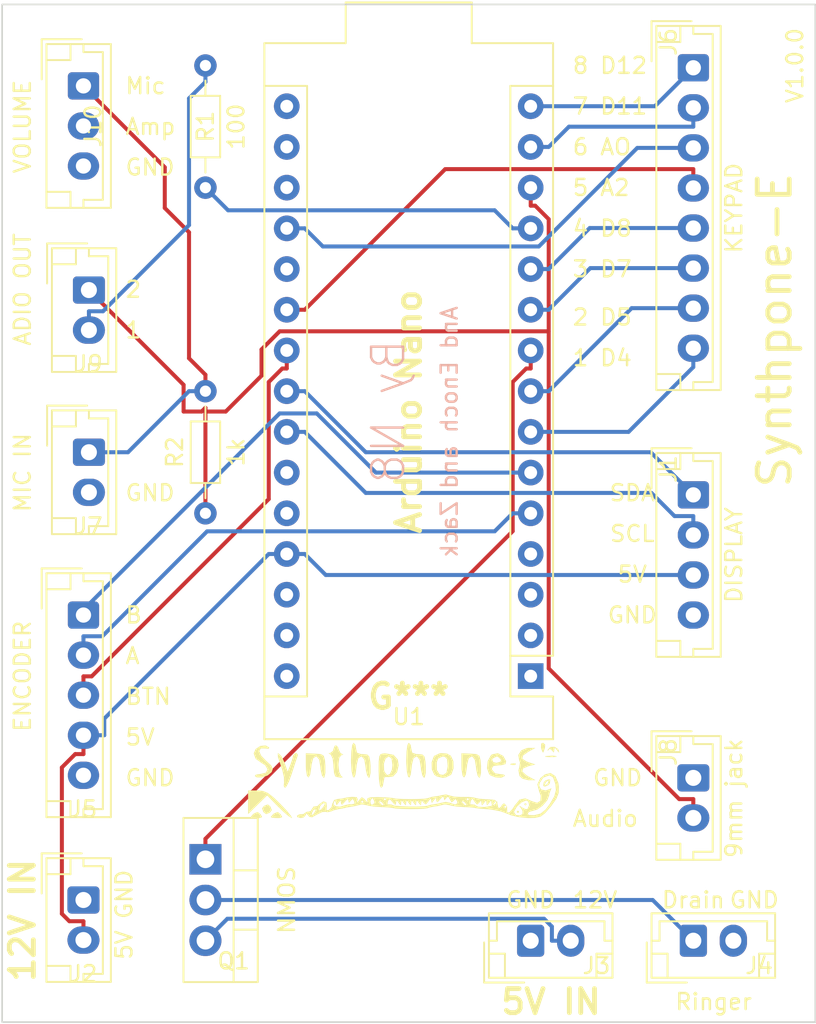
<source format=kicad_pcb>
(kicad_pcb (version 20211014) (generator pcbnew)
  (layers (0 "F.Cu" signal) (31 "B.Cu" signal) (34 "B.Paste" user) (35 "F.Paste" user) (36 "B.SilkS" user "B.Silkscreen") (37 "F.SilkS" user "F.Silkscreen") (38 "B.Mask" user) (39 "F.Mask" user) (44 "Edge.Cuts" user))
  (net 0 "")
  (net 1 "RINGER_OUT")
  (net 2 "DRAIN")
  (net 3 "12V")
  (net 4 "GND")
  (net 5 "DISPLAY_SDA")
  (net 6 "DISPLAY_SCL")
  (net 7 "5V")
  (net 8 "ENCODER_B")
  (net 9 "ENCODER_A")
  (net 10 "ENCODER_BTN")
  (net 11 "MIC_OUT_2")
  (net 12 "AUDIO_OUT")
  (net 13 "keypad_C3_8")
  (net 14 "keypad_R3_7")
  (net 15 "keypad_R4_6")
  (net 16 "keypad_XX_5")
  (net 17 "keypad_C2_4")
  (net 18 "keypad_C1_3")
  (net 19 "keypad_R2_2")
  (net 20 "keypad_R1_1")
  (net 27 "Net-(J9-Pad2)")
  (net 31 "VCC")
  (net 33 "AMP_IN")
  (net 34 "AUDIO_OUT2")
  (footprint "Connector_JST:JST_EH_B2B-EH-A_1x02_P2.50mm_Vertical" (layer "F.Cu") (at 109.22 104.14)
    (fp_text reference "J3" (at 4.11 1.56 180) (layer "F.SilkS"))
    (fp_text value "power_in")
    (pad "1" thru_hole roundrect (at 0 0) (size 1.7 2) (drill 1) (layers *.Cu *.Mask) (roundrect_rratio 0.147059) (net 4 "GND"))
    (pad "2" thru_hole oval (at 2.5 0) (size 1.7 2) (drill 1) (layers *.Cu *.Mask) (net 3 "12V"))
  )
  (footprint "Connector_JST:JST_EH_B5B-EH-A_1x05_P2.50mm_Vertical" (layer "F.Cu") (at 81.28 83.82 -90)
    (fp_text reference "J5" (at 12.11 0) (layer "F.SilkS"))
    (fp_text value "ENCODER_HEADER")
    (pad "1" thru_hole roundrect (at 0 0 270) (size 1.7 1.95) (drill 0.95) (layers *.Cu *.Mask) (roundrect_rratio 0.147059) (net 8 "ENCODER_B"))
    (pad "2" thru_hole oval (at 2.5 0 270) (size 1.7 1.95) (drill 0.95) (layers *.Cu *.Mask) (net 9 "ENCODER_A"))
    (pad "3" thru_hole oval (at 5 0 270) (size 1.7 1.95) (drill 0.95) (layers *.Cu *.Mask) (net 10 "ENCODER_BTN"))
    (pad "4" thru_hole oval (at 7.5 0 270) (size 1.7 1.95) (drill 0.95) (layers *.Cu *.Mask) (net 7 "5V"))
    (pad "5" thru_hole oval (at 10 0 270) (size 1.7 1.95) (drill 0.95) (layers *.Cu *.Mask) (net 4 "GND"))
  )
  (footprint "Connector_JST:JST_EH_B2B-EH-A_1x02_P2.50mm_Vertical" (layer "F.Cu") (at 81.28 101.6 -90)
    (fp_text reference "J2" (at 4.61 0 180) (layer "F.SilkS"))
    (fp_text value "power_in")
    (pad "1" thru_hole roundrect (at 0 0 270) (size 1.7 2) (drill 1) (layers *.Cu *.Mask) (roundrect_rratio 0.147059) (net 4 "GND"))
    (pad "2" thru_hole oval (at 2.5 0 270) (size 1.7 2) (drill 1) (layers *.Cu *.Mask) (net 7 "5V"))
  )
  (footprint "Connector_JST:JST_EH_B2B-EH-A_1x02_P2.50mm_Vertical" (layer "F.Cu") (at 81.62 63.54 -90)
    (fp_text reference "J9" (at 4.61 0 180) (layer "F.SilkS"))
    (fp_text value "AUDIO_HEADER")
    (pad "1" thru_hole roundrect (at 0 0 270) (size 1.7 2) (drill 1) (layers *.Cu *.Mask) (roundrect_rratio 0.147059) (net 12 "AUDIO_OUT"))
    (pad "2" thru_hole oval (at 2.5 0 270) (size 1.7 2) (drill 1) (layers *.Cu *.Mask) (net 27 "Net-(J9-Pad2)"))
  )
  (footprint "Resistor_THT:R_Axial_DIN0204_L3.6mm_D1.6mm_P7.62mm_Horizontal" (layer "F.Cu") (at 88.9 77.47 90)
    (fp_text reference "R2" (at 3.81 -1.92 90) (layer "F.SilkS"))
    (fp_text value "1k" (at 3.81 1.92 90) (layer "F.SilkS"))
    (pad "1" thru_hole circle (at 0 0 90) (size 1.4 1.4) (drill 0.7) (layers *.Cu *.Mask) (net 12 "AUDIO_OUT"))
    (pad "2" thru_hole oval (at 7.62 0 90) (size 1.4 1.4) (drill 0.7) (layers *.Cu *.Mask) (net 11 "MIC_OUT_2"))
  )
  (footprint "Connector_JST:JST_EH_B8B-EH-A_1x08_P2.50mm_Vertical" (layer "F.Cu") (at 119.38 49.67 -90)
    (fp_text reference "J6" (at -1.61 1.56 90) (layer "F.SilkS"))
    (fp_text value "KEYPAD_HEADER")
    (pad "1" thru_hole roundrect (at 0 0 270) (size 1.7 1.95) (drill 0.95) (layers *.Cu *.Mask) (roundrect_rratio 0.147059) (net 13 "keypad_C3_8"))
    (pad "2" thru_hole oval (at 2.5 0 270) (size 1.7 1.95) (drill 0.95) (layers *.Cu *.Mask) (net 14 "keypad_R3_7"))
    (pad "3" thru_hole oval (at 5 0 270) (size 1.7 1.95) (drill 0.95) (layers *.Cu *.Mask) (net 15 "keypad_R4_6"))
    (pad "4" thru_hole oval (at 7.5 0 270) (size 1.7 1.95) (drill 0.95) (layers *.Cu *.Mask) (net 16 "keypad_XX_5"))
    (pad "5" thru_hole oval (at 10 0 270) (size 1.7 1.95) (drill 0.95) (layers *.Cu *.Mask) (net 17 "keypad_C2_4"))
    (pad "6" thru_hole oval (at 12.5 0 270) (size 1.7 1.95) (drill 0.95) (layers *.Cu *.Mask) (net 18 "keypad_C1_3"))
    (pad "7" thru_hole oval (at 15 0 270) (size 1.7 1.95) (drill 0.95) (layers *.Cu *.Mask) (net 19 "keypad_R2_2"))
    (pad "8" thru_hole oval (at 17.5 0 270) (size 1.7 1.95) (drill 0.95) (layers *.Cu *.Mask) (net 20 "keypad_R1_1"))
  )
  (footprint "Connector_JST:JST_EH_B2B-EH-A_1x02_P2.50mm_Vertical" (layer "F.Cu") (at 119.38 104.14)
    (fp_text reference "J4" (at 4.11 1.56) (layer "F.SilkS"))
    (fp_text value "RINGER_HEADER")
    (pad "1" thru_hole roundrect (at 0 0) (size 1.7 2) (drill 1) (layers *.Cu *.Mask) (roundrect_rratio 0.147059) (net 2 "DRAIN"))
    (pad "2" thru_hole oval (at 2.5 0) (size 1.7 2) (drill 1) (layers *.Cu *.Mask) (net 4 "GND"))
  )
  (footprint "Connector_JST:JST_EH_B3B-EH-A_1x03_P2.50mm_Vertical" (layer "F.Cu") (at 81.28 50.8 -90)
    (fp_text reference "J10" (at 2.5 -0.6 90) (layer "F.SilkS"))
    (fp_text value "Potentiometer")
    (pad "1" thru_hole roundrect (at 0 0 270) (size 1.7 1.95) (drill 0.95) (layers *.Cu *.Mask) (roundrect_rratio 0.147059) (net 11 "MIC_OUT_2"))
    (pad "2" thru_hole oval (at 2.5 0 270) (size 1.7 1.95) (drill 0.95) (layers *.Cu *.Mask) (net 33 "AMP_IN"))
    (pad "3" thru_hole oval (at 5 0 270) (size 1.7 1.95) (drill 0.95) (layers *.Cu *.Mask) (net 4 "GND"))
  )
  (footprint "Connector_JST:JST_EH_B2B-EH-A_1x02_P2.50mm_Vertical" (layer "F.Cu") (at 119.38 93.98 -90)
    (fp_text reference "J8" (at -1.61 1.56 90) (layer "F.SilkS"))
    (fp_text value "9MM_HEADER")
    (pad "1" thru_hole roundrect (at 0 0 270) (size 1.7 2) (drill 1) (layers *.Cu *.Mask) (roundrect_rratio 0.147059) (net 4 "GND"))
    (pad "2" thru_hole oval (at 2.5 0 270) (size 1.7 2) (drill 1) (layers *.Cu *.Mask) (net 12 "AUDIO_OUT"))
  )
  (footprint "LOGO" (layer "F.Cu") (at 101.6 93.98)
    (fp_text reference "G***" (at 0 -5.08) (layer "F.SilkS") (effects (font (size 1.524 1.524) (thickness 0.3))))
    (fp_text value "LOGO" hide)
  )
  (footprint "Connector_JST:JST_EH_B2B-EH-A_1x02_P2.50mm_Vertical" (layer "F.Cu") (at 81.62 73.66 -90)
    (fp_text reference "J7" (at 4.61 0 180) (layer "F.SilkS"))
    (fp_text value "MIC_HEADER")
    (pad "1" thru_hole roundrect (at 0 0 270) (size 1.7 2) (drill 1) (layers *.Cu *.Mask) (roundrect_rratio 0.147059) (net 11 "MIC_OUT_2"))
    (pad "2" thru_hole oval (at 2.5 0 270) (size 1.7 2) (drill 1) (layers *.Cu *.Mask) (net 4 "GND"))
  )
  (footprint "Package_TO_SOT_THT:TO-220-3_Vertical" (layer "F.Cu") (at 88.9 99.06 -90)
    (fp_text reference "Q1" (at 6.35 -1.76 180) (layer "F.SilkS"))
    (fp_text value "IRLB8721PBF")
    (pad "1" thru_hole rect (at 0 0 270) (size 1.905 2) (drill 1.1) (layers *.Cu *.Mask) (net 1 "RINGER_OUT"))
    (pad "2" thru_hole oval (at 2.54 0 270) (size 1.905 2) (drill 1.1) (layers *.Cu *.Mask) (net 2 "DRAIN"))
    (pad "3" thru_hole oval (at 5.08 0 270) (size 1.905 2) (drill 1.1) (layers *.Cu *.Mask) (net 3 "12V"))
  )
  (footprint "Resistor_THT:R_Axial_DIN0204_L3.6mm_D1.6mm_P7.62mm_Horizontal" (layer "F.Cu") (at 88.9 57.15 90)
    (fp_text reference "R1" (at 3.81 0 90) (layer "F.SilkS"))
    (fp_text value "100" (at 3.81 1.92 90) (layer "F.SilkS"))
    (pad "1" thru_hole circle (at 0 0 90) (size 1.4 1.4) (drill 0.7) (layers *.Cu *.Mask) (net 34 "AUDIO_OUT2"))
    (pad "2" thru_hole oval (at 7.62 0 90) (size 1.4 1.4) (drill 0.7) (layers *.Cu *.Mask) (net 27 "Net-(J9-Pad2)"))
  )
  (footprint "Connector_JST:JST_EH_B4B-EH-A_1x04_P2.50mm_Vertical" (layer "F.Cu") (at 119.38 76.32 -90)
    (fp_text reference "J1" (at -1.61 1.56 90) (layer "F.SilkS"))
    (fp_text value "display_headers")
    (pad "1" thru_hole roundrect (at 0 0 270) (size 1.7 1.95) (drill 0.95) (layers *.Cu *.Mask) (roundrect_rratio 0.147059) (net 5 "DISPLAY_SDA"))
    (pad "2" thru_hole oval (at 2.5 0 270) (size 1.7 1.95) (drill 0.95) (layers *.Cu *.Mask) (net 6 "DISPLAY_SCL"))
    (pad "3" thru_hole oval (at 5 0 270) (size 1.7 1.95) (drill 0.95) (layers *.Cu *.Mask) (net 7 "5V"))
    (pad "4" thru_hole oval (at 7.5 0 270) (size 1.7 1.95) (drill 0.95) (layers *.Cu *.Mask) (net 4 "GND"))
  )
  (footprint "Arduino:Arduino_Nano" (layer "F.Cu") (at 109.22 87.63 180)
    (fp_text reference "U1" (at 7.62 -2.54) (layer "F.SilkS"))
    (fp_text value "Arduino_Nano")
    (pad "1" thru_hole rect locked (at 0 0 180) (size 1.6 1.6) (drill 0.8) (layers *.Cu *.Mask))
    (pad "2" thru_hole oval locked (at 0 2.54 180) (size 1.6 1.6) (drill 0.8) (layers *.Cu *.Mask))
    (pad "3" thru_hole oval locked (at 0 5.08 180) (size 1.6 1.6) (drill 0.8) (layers *.Cu *.Mask))
    (pad "4" thru_hole oval locked (at 0 7.62 180) (size 1.6 1.6) (drill 0.8) (layers *.Cu *.Mask) (net 4 "GND"))
    (pad "5" thru_hole oval locked (at 0 10.16 180) (size 1.6 1.6) (drill 0.8) (layers *.Cu *.Mask) (net 9 "ENCODER_A"))
    (pad "6" thru_hole oval locked (at 0 12.7 180) (size 1.6 1.6) (drill 0.8) (layers *.Cu *.Mask) (net 8 "ENCODER_B"))
    (pad "7" thru_hole oval locked (at 0 15.24 180) (size 1.6 1.6) (drill 0.8) (layers *.Cu *.Mask) (net 20 "keypad_R1_1"))
    (pad "8" thru_hole oval locked (at 0 17.78 180) (size 1.6 1.6) (drill 0.8) (layers *.Cu *.Mask) (net 19 "keypad_R2_2"))
    (pad "9" thru_hole oval locked (at 0 20.32 180) (size 1.6 1.6) (drill 0.8) (layers *.Cu *.Mask) (net 1 "RINGER_OUT"))
    (pad "10" thru_hole oval locked (at 0 22.86 180) (size 1.6 1.6) (drill 0.8) (layers *.Cu *.Mask) (net 18 "keypad_C1_3"))
    (pad "11" thru_hole oval locked (at 0 25.4 180) (size 1.6 1.6) (drill 0.8) (layers *.Cu *.Mask) (net 17 "keypad_C2_4"))
    (pad "12" thru_hole oval locked (at 0 27.94 180) (size 1.6 1.6) (drill 0.8) (layers *.Cu *.Mask) (net 34 "AUDIO_OUT2"))
    (pad "13" thru_hole oval locked (at 0 30.48 180) (size 1.6 1.6) (drill 0.8) (layers *.Cu *.Mask) (net 12 "AUDIO_OUT"))
    (pad "14" thru_hole oval locked (at 0 33.02 180) (size 1.6 1.6) (drill 0.8) (layers *.Cu *.Mask) (net 14 "keypad_R3_7"))
    (pad "15" thru_hole oval locked (at 0 35.56 180) (size 1.6 1.6) (drill 0.8) (layers *.Cu *.Mask) (net 13 "keypad_C3_8"))
    (pad "16" thru_hole oval locked (at 15.24 35.56 180) (size 1.6 1.6) (drill 0.8) (layers *.Cu *.Mask))
    (pad "17" thru_hole oval locked (at 15.24 33.02 180) (size 1.6 1.6) (drill 0.8) (layers *.Cu *.Mask))
    (pad "18" thru_hole oval locked (at 15.24 30.48 180) (size 1.6 1.6) (drill 0.8) (layers *.Cu *.Mask))
    (pad "19" thru_hole oval locked (at 15.24 27.94 180) (size 1.6 1.6) (drill 0.8) (layers *.Cu *.Mask) (net 15 "keypad_R4_6"))
    (pad "20" thru_hole oval locked (at 15.24 25.4 180) (size 1.6 1.6) (drill 0.8) (layers *.Cu *.Mask))
    (pad "21" thru_hole oval locked (at 15.24 22.86 180) (size 1.6 1.6) (drill 0.8) (layers *.Cu *.Mask) (net 16 "keypad_XX_5"))
    (pad "22" thru_hole oval locked (at 15.24 20.32 180) (size 1.6 1.6) (drill 0.8) (layers *.Cu *.Mask) (net 10 "ENCODER_BTN"))
    (pad "23" thru_hole oval locked (at 15.24 17.78 180) (size 1.6 1.6) (drill 0.8) (layers *.Cu *.Mask) (net 5 "DISPLAY_SDA"))
    (pad "24" thru_hole oval locked (at 15.24 15.24 180) (size 1.6 1.6) (drill 0.8) (layers *.Cu *.Mask) (net 6 "DISPLAY_SCL"))
    (pad "25" thru_hole oval locked (at 15.24 12.7 180) (size 1.6 1.6) (drill 0.8) (layers *.Cu *.Mask))
    (pad "26" thru_hole oval locked (at 15.24 10.16 180) (size 1.6 1.6) (drill 0.8) (layers *.Cu *.Mask))
    (pad "27" thru_hole oval locked (at 15.24 7.62 180) (size 1.6 1.6) (drill 0.8) (layers *.Cu *.Mask) (net 7 "5V"))
    (pad "28" thru_hole oval locked (at 15.24 5.08 180) (size 1.6 1.6) (drill 0.8) (layers *.Cu *.Mask))
    (pad "29" thru_hole oval locked (at 15.24 2.54 180) (size 1.6 1.6) (drill 0.8) (layers *.Cu *.Mask) (net 4 "GND"))
    (pad "30" thru_hole oval locked (at 15.24 0 180) (size 1.6 1.6) (drill 0.8) (layers *.Cu *.Mask) (net 31 "VCC"))
  )
  (gr_rect (start 127 109.22) (end 76.2 45.72) (layer "Edge.Cuts") (width 0.1) (fill none))
  (gr_text "And Enoch and Zack\n" (at 104.14 72.39 90) (layer "B.SilkS") (effects (font (size 1 1)) (justify mirror)))
  (gr_text "By N8" (at 100.33 71.12 90) (layer "B.SilkS") (effects (font (size 2 2)) (justify mirror)))
  (gr_text "2" (at 83.82 63.5) (layer "F.SilkS") (effects (font (size 1 1)) (justify left)))
  (gr_text "GND\n" (at 83.82 93.98) (layer "F.SilkS") (effects (font (size 1 1)) (justify left)))
  (gr_text "GND\n" (at 83.82 102.87 90) (layer "F.SilkS") (effects (font (size 1 1)) (justify left)))
  (gr_text "KEYPAD\n" (at 121.92 58.42 90) (layer "F.SilkS") (effects (font (size 1 1))))
  (gr_text "VOLUME" (at 77.47 53.34 90) (layer "F.SilkS") (effects (font (size 1 1))))
  (gr_text "BTN\n" (at 83.82 88.9) (layer "F.SilkS") (effects (font (size 1 1)) (justify left)))
  (gr_text "7 D11" (at 111.76 52.07) (layer "F.SilkS") (effects (font (size 1 1)) (justify left)))
  (gr_text "9mm jack\n" (at 121.92 95.25 90) (layer "F.SilkS") (effects (font (size 1 1))))
  (gr_text "1" (at 83.82 66.04) (layer "F.SilkS") (effects (font (size 1 1)) (justify left)))
  (gr_text "NMOS" (at 93.98 101.6 90) (layer "F.SilkS") (effects (font (size 1 1))))
  (gr_text "12V IN" (at 77.47 102.87 90) (layer "F.SilkS") (effects (font (size 1.5 1.5) (thickness 0.3))))
  (gr_text "V1.0.0" (at 125.73 49.53 90) (layer "F.SilkS") (effects (font (size 1 1))))
  (gr_text "Arduino Nano" (at 101.6 71.12 90) (layer "F.SilkS") (effects (font (size 1.5 1.5) (thickness 0.3))))
  (gr_text "5V IN" (at 110.49 107.95) (layer "F.SilkS") (effects (font (size 1.5 1.5) (thickness 0.3))))
  (gr_text "MIC IN\n" (at 77.47 74.93 90) (layer "F.SilkS") (effects (font (size 1 1))))
  (gr_text "GND\n" (at 83.82 55.88) (layer "F.SilkS") (effects (font (size 1 1)) (justify left)))
  (gr_text "SCL\n" (at 115.57 78.74) (layer "F.SilkS") (effects (font (size 1 1))))
  (gr_text "2 D5\n\n" (at 111.76 66.04) (layer "F.SilkS") (effects (font (size 1 1)) (justify left)))
  (gr_text "Synthpone-E" (at 124.46 66.04 90) (layer "F.SilkS") (effects (font (size 2 2) (thickness 0.3))))
  (gr_text "12V" (at 111.76 101.6) (layer "F.SilkS") (effects (font (size 1 1)) (justify left)))
  (gr_text "5V\n" (at 115.57 81.28) (layer "F.SilkS") (effects (font (size 1 1))))
  (gr_text "GND\n" (at 115.57 83.82) (layer "F.SilkS") (effects (font (size 1 1))))
  (gr_text "ENCODER\n" (at 77.47 87.63 90) (layer "F.SilkS") (effects (font (size 1 1))))
  (gr_text "Mic" (at 83.82 50.8) (layer "F.SilkS") (effects (font (size 1 1)) (justify left)))
  (gr_text "B\n" (at 83.82 83.82) (layer "F.SilkS") (effects (font (size 1 1)) (justify left)))
  (gr_text "GND\n" (at 123.19 101.6) (layer "F.SilkS") (effects (font (size 1 1))))
  (gr_text "5V\n" (at 83.82 105.41 90) (layer "F.SilkS") (effects (font (size 1 1)) (justify left)))
  (gr_text "5 A2\n" (at 111.76 57.15) (layer "F.SilkS") (effects (font (size 1 1)) (justify left)))
  (gr_text "Drain\n" (at 119.38 101.6) (layer "F.SilkS") (effects (font (size 1 1))))
  (gr_text "DISPLAY\n" (at 121.92 80.07 90) (layer "F.SilkS") (effects (font (size 1 1))))
  (gr_text "1 D4\n\n" (at 111.76 68.58) (layer "F.SilkS") (effects (font (size 1 1)) (justify left)))
  (gr_text "GND\n" (at 113.03 93.98) (layer "F.SilkS") (effects (font (size 1 1)) (justify left)))
  (gr_text "A\n" (at 83.82 86.36) (layer "F.SilkS") (effects (font (size 1 1)) (justify left)))
  (gr_text "GND\n" (at 109.22 101.6) (layer "F.SilkS") (effects (font (size 1 1))))
  (gr_text "Audio\n" (at 111.76 96.52) (layer "F.SilkS") (effects (font (size 1 1)) (justify left)))
  (gr_text "GND\n" (at 83.82 76.2) (layer "F.SilkS") (effects (font (size 1 1)) (justify left)))
  (gr_text "Ringer" (at 120.65 107.95) (layer "F.SilkS") (effects (font (size 1 1))))
  (gr_text "Amp\n" (at 83.82 53.34) (layer "F.SilkS") (effects (font (size 1 1)) (justify left)))
  (gr_text "SDA\n" (at 115.57 76.2) (layer "F.SilkS") (effects (font (size 1 1))))
  (gr_text "5V\n" (at 83.82 91.44) (layer "F.SilkS") (effects (font (size 1 1)) (justify left)))
  (gr_text "ADIO OUT\n" (at 77.47 63.5 90) (layer "F.SilkS") (effects (font (size 1 1))))
  (gr_text "8 D12" (at 111.76 49.53) (layer "F.SilkS") (effects (font (size 1 1)) (justify left)))
  (gr_text "4 D8\n" (at 111.76 59.69) (layer "F.SilkS") (effects (font (size 1 1)) (justify left)))
  (gr_text "3 D7\n" (at 111.76 62.23) (layer "F.SilkS") (effects (font (size 1 1)) (justify left)))
  (gr_text "6 AO" (at 111.76 54.61) (layer "F.SilkS") (effects (font (size 1 1)) (justify left)))
  (segment (start 108.0947 78.5875) (end 88.9 97.7822) (width 0.25) (layer "F.Cu") (net 1))
  (segment (start 88.9 99.06) (end 88.9 97.7822) (width 0.25) (layer "F.Cu") (net 1))
  (segment (start 108.9386 68.4353) (end 108.0947 69.2792) (width 0.25) (layer "F.Cu") (net 1))
  (segment (start 109.22 67.31) (end 109.22 68.4353) (width 0.25) (layer "F.Cu") (net 1))
  (segment (start 108.0947 69.2792) (end 108.0947 78.5875) (width 0.25) (layer "F.Cu") (net 1))
  (segment (start 109.22 68.4353) (end 108.9386 68.4353) (width 0.25) (layer "F.Cu") (net 1))
  (segment (start 88.9 101.6) (end 116.84 101.6) (width 0.25) (layer "B.Cu") (net 2))
  (segment (start 116.84 101.6) (end 119.38 104.14) (width 0.25) (layer "B.Cu") (net 2))
  (segment (start 110.5447 103.2585) (end 110.5447 104.14) (width 0.25) (layer "B.Cu") (net 3))
  (segment (start 88.9 104.14) (end 90.271 102.769) (width 0.25) (layer "B.Cu") (net 3))
  (segment (start 110.0552 102.769) (end 110.5447 103.2585) (width 0.25) (layer "B.Cu") (net 3))
  (segment (start 90.271 102.769) (end 110.0552 102.769) (width 0.25) (layer "B.Cu") (net 3))
  (segment (start 111.72 104.14) (end 110.5447 104.14) (width 0.25) (layer "B.Cu") (net 3))
  (segment (start 116.72 73.66) (end 119.38 76.32) (width 0.25) (layer "B.Cu") (net 5))
  (segment (start 98.9153 73.66) (end 116.72 73.66) (width 0.25) (layer "B.Cu") (net 5))
  (segment (start 95.1053 69.85) (end 98.9153 73.66) (width 0.25) (layer "B.Cu") (net 5))
  (segment (start 93.98 69.85) (end 95.1053 69.85) (width 0.25) (layer "B.Cu") (net 5))
  (segment (start 95.1053 72.39) (end 98.9153 76.2) (width 0.25) (layer "B.Cu") (net 6))
  (segment (start 119.38 78.82) (end 119.38 77.6447) (width 0.25) (layer "B.Cu") (net 6))
  (segment (start 93.98 72.39) (end 95.1053 72.39) (width 0.25) (layer "B.Cu") (net 6))
  (segment (start 98.9153 76.2) (end 116.76 76.2) (width 0.25) (layer "B.Cu") (net 6))
  (segment (start 116.76 76.2) (end 118.2047 77.6447) (width 0.25) (layer "B.Cu") (net 6))
  (segment (start 118.2047 77.6447) (end 119.38 77.6447) (width 0.25) (layer "B.Cu") (net 6))
  (segment (start 81.28 104.1) (end 81.28 102.9247) (width 0.25) (layer "F.Cu") (net 7))
  (segment (start 80.7658 92.4953) (end 79.9319 93.3292) (width 0.25) (layer "F.Cu") (net 7))
  (segment (start 79.9319 93.3292) (end 79.9319 102.4581) (width 0.25) (layer "F.Cu") (net 7))
  (segment (start 80.3985 102.9247) (end 81.28 102.9247) (width 0.25) (layer "F.Cu") (net 7))
  (segment (start 81.28 92.4953) (end 80.7658 92.4953) (width 0.25) (layer "F.Cu") (net 7))
  (segment (start 79.9319 102.4581) (end 80.3985 102.9247) (width 0.25) (layer "F.Cu") (net 7))
  (segment (start 81.28 91.32) (end 81.28 92.4953) (width 0.25) (layer "F.Cu") (net 7))
  (segment (start 96.4153 81.32) (end 95.1053 80.01) (width 0.25) (layer "B.Cu") (net 7))
  (segment (start 82.5803 90.2844) (end 92.8547 80.01) (width 0.25) (layer "B.Cu") (net 7))
  (segment (start 93.98 80.01) (end 92.8547 80.01) (width 0.25) (layer "B.Cu") (net 7))
  (segment (start 119.38 81.32) (end 96.4153 81.32) (width 0.25) (layer "B.Cu") (net 7))
  (segment (start 82.5803 91.32) (end 82.5803 90.2844) (width 0.25) (layer "B.Cu") (net 7))
  (segment (start 93.98 80.01) (end 95.1053 80.01) (width 0.25) (layer "B.Cu") (net 7))
  (segment (start 81.28 91.32) (end 82.5803 91.32) (width 0.25) (layer "B.Cu") (net 7))
  (segment (start 99.5484 74.93) (end 95.8575 71.2391) (width 0.25) (layer "B.Cu") (net 8))
  (segment (start 95.8575 71.2391) (end 93.5322 71.2391) (width 0.25) (layer "B.Cu") (net 8))
  (segment (start 109.22 74.93) (end 99.5484 74.93) (width 0.25) (layer "B.Cu") (net 8))
  (segment (start 93.5322 71.2391) (end 81.28 83.4913) (width 0.25) (layer "B.Cu") (net 8))
  (segment (start 81.28 83.4913) (end 81.28 83.82) (width 0.25) (layer "B.Cu") (net 8))
  (segment (start 89.0047 78.5953) (end 106.9694 78.5953) (width 0.25) (layer "B.Cu") (net 9))
  (segment (start 81.28 85.1447) (end 82.4553 85.1447) (width 0.25) (layer "B.Cu") (net 9))
  (segment (start 81.28 86.32) (end 81.28 85.1447) (width 0.25) (layer "B.Cu") (net 9))
  (segment (start 109.22 77.47) (end 108.0947 77.47) (width 0.25) (layer "B.Cu") (net 9))
  (segment (start 106.9694 78.5953) (end 108.0947 77.47) (width 0.25) (layer "B.Cu") (net 9))
  (segment (start 82.4553 85.1447) (end 89.0047 78.5953) (width 0.25) (layer "B.Cu") (net 9))
  (segment (start 92.8547 69.2792) (end 92.8547 76.5842) (width 0.25) (layer "F.Cu") (net 10))
  (segment (start 93.6986 68.4353) (end 92.8547 69.2792) (width 0.25) (layer "F.Cu") (net 10))
  (segment (start 81.7942 87.6447) (end 81.28 87.6447) (width 0.25) (layer "F.Cu") (net 10))
  (segment (start 81.28 88.82) (end 81.28 87.6447) (width 0.25) (layer "F.Cu") (net 10))
  (segment (start 93.98 68.4353) (end 93.6986 68.4353) (width 0.25) (layer "F.Cu") (net 10))
  (segment (start 92.8547 76.5842) (end 81.7942 87.6447) (width 0.25) (layer "F.Cu") (net 10))
  (segment (start 93.98 67.31) (end 93.98 68.4353) (width 0.25) (layer "F.Cu") (net 10))
  (segment (start 88.9 68.8247) (end 87.8747 67.7994) (width 0.25) (layer "F.Cu") (net 11))
  (segment (start 86.36 55.88) (end 81.28 50.8) (width 0.25) (layer "F.Cu") (net 11))
  (segment (start 87.8747 59.9347) (end 86.36 58.42) (width 0.25) (layer "F.Cu") (net 11))
  (segment (start 86.36 58.42) (end 86.36 55.88) (width 0.25) (layer "F.Cu") (net 11))
  (segment (start 88.9 69.85) (end 88.9 68.8247) (width 0.25) (layer "F.Cu") (net 11))
  (segment (start 87.8747 67.7994) (end 87.8747 59.9347) (width 0.25) (layer "F.Cu") (net 11))
  (segment (start 84.0647 73.66) (end 87.8747 69.85) (width 0.25) (layer "B.Cu") (net 11))
  (segment (start 81.62 73.66) (end 84.0647 73.66) (width 0.25) (layer "B.Cu") (net 11))
  (segment (start 88.9 69.85) (end 87.8747 69.85) (width 0.25) (layer "B.Cu") (net 11))
  (segment (start 88.9 70.8845) (end 88.9 77.47) (width 0.25) (layer "F.Cu") (net 12))
  (segment (start 92.4043 68.8857) (end 90.17 71.12) (width 0.25) (layer "F.Cu") (net 12))
  (segment (start 110.3453 66.1154) (end 93.5359 66.1154) (width 0.25) (layer "F.Cu") (net 12))
  (segment (start 110.3453 66.1154) (end 110.3453 59.1192) (width 0.25) (layer "F.Cu") (net 12))
  (segment (start 92.4043 67.247) (end 92.4043 68.8857) (width 0.25) (layer "F.Cu") (net 12))
  (segment (start 118.4985 95.3047) (end 110.3453 87.1515) (width 0.25) (layer "F.Cu") (net 12))
  (segment (start 88.6645 71.12) (end 87.5352 71.12) (width 0.25) (layer "F.Cu") (net 12))
  (segment (start 90.17 71.12) (end 88.9 71.12) (width 0.25) (layer "F.Cu") (net 12))
  (segment (start 87.5352 69.4552) (end 81.62 63.54) (width 0.25) (layer "F.Cu") (net 12))
  (segment (start 119.38 95.3047) (end 118.4985 95.3047) (width 0.25) (layer "F.Cu") (net 12))
  (segment (start 109.5014 58.2753) (end 109.22 58.2753) (width 0.25) (layer "F.Cu") (net 12))
  (segment (start 110.3453 59.1192) (end 109.5014 58.2753) (width 0.25) (layer "F.Cu") (net 12))
  (segment (start 87.5352 71.12) (end 87.5352 69.4552) (width 0.25) (layer "F.Cu") (net 12))
  (segment (start 110.3453 87.1515) (end 110.3453 66.1154) (width 0.25) (layer "F.Cu") (net 12))
  (segment (start 93.5359 66.1154) (end 92.4043 67.247) (width 0.25) (layer "F.Cu") (net 12))
  (segment (start 119.38 96.48) (end 119.38 95.3047) (width 0.25) (layer "F.Cu") (net 12))
  (segment (start 88.9 70.8845) (end 88.6645 71.12) (width 0.25) (layer "F.Cu") (net 12))
  (segment (start 109.22 57.15) (end 109.22 58.2753) (width 0.25) (layer "F.Cu") (net 12))
  (segment (start 116.98 52.07) (end 119.38 49.67) (width 0.25) (layer "B.Cu") (net 13))
  (segment (start 109.22 52.07) (end 116.98 52.07) (width 0.25) (layer "B.Cu") (net 13))
  (segment (start 109.22 54.61) (end 110.3453 54.61) (width 0.25) (layer "B.Cu") (net 14))
  (segment (start 111.61 53.3453) (end 119.38 53.3453) (width 0.25) (layer "B.Cu") (net 14))
  (segment (start 119.38 52.17) (end 119.38 53.3453) (width 0.25) (layer "B.Cu") (net 14))
  (segment (start 110.3453 54.61) (end 111.61 53.3453) (width 0.25) (layer "B.Cu") (net 14))
  (segment (start 115.8792 54.67) (end 119.38 54.67) (width 0.25) (layer "B.Cu") (net 15))
  (segment (start 95.1053 59.69) (end 96.2352 60.8199) (width 0.25) (layer "B.Cu") (net 15))
  (segment (start 109.7293 60.8199) (end 115.8792 54.67) (width 0.25) (layer "B.Cu") (net 15))
  (segment (start 96.2352 60.8199) (end 109.7293 60.8199) (width 0.25) (layer "B.Cu") (net 15))
  (segment (start 93.98 59.69) (end 95.1053 59.69) (width 0.25) (layer "B.Cu") (net 15))
  (segment (start 103.8806 55.9947) (end 119.38 55.9947) (width 0.25) (layer "F.Cu") (net 16))
  (segment (start 119.38 57.17) (end 119.38 55.9947) (width 0.25) (layer "F.Cu") (net 16))
  (segment (start 95.1053 64.77) (end 103.8806 55.9947) (width 0.25) (layer "F.Cu") (net 16))
  (segment (start 93.98 64.77) (end 95.1053 64.77) (width 0.25) (layer "F.Cu") (net 16))
  (segment (start 112.9053 59.67) (end 119.38 59.67) (width 0.25) (layer "B.Cu") (net 17))
  (segment (start 109.22 62.23) (end 110.3453 62.23) (width 0.25) (layer "B.Cu") (net 17))
  (segment (start 110.3453 62.23) (end 112.9053 59.67) (width 0.25) (layer "B.Cu") (net 17))
  (segment (start 109.22 64.77) (end 110.3453 64.77) (width 0.25) (layer "B.Cu") (net 18))
  (segment (start 110.3453 64.77) (end 112.9453 62.17) (width 0.25) (layer "B.Cu") (net 18))
  (segment (start 112.9453 62.17) (end 119.38 62.17) (width 0.25) (layer "B.Cu") (net 18))
  (segment (start 110.3453 69.85) (end 115.5253 64.67) (width 0.25) (layer "B.Cu") (net 19))
  (segment (start 115.5253 64.67) (end 119.38 64.67) (width 0.25) (layer "B.Cu") (net 19))
  (segment (start 109.22 69.85) (end 110.3453 69.85) (width 0.25) (layer "B.Cu") (net 19))
  (segment (start 119.38 67.17) (end 119.38 68.3453) (width 0.25) (layer "B.Cu") (net 20))
  (segment (start 115.3353 72.39) (end 119.38 68.3453) (width 0.25) (layer "B.Cu") (net 20))
  (segment (start 109.22 72.39) (end 115.3353 72.39) (width 0.25) (layer "B.Cu") (net 20))
  (segment (start 81.62 66.04) (end 81.62 64.8647) (width 0.25) (layer "B.Cu") (net 27))
  (segment (start 82.5015 64.8647) (end 81.62 64.8647) (width 0.25) (layer "B.Cu") (net 27))
  (segment (start 87.8747 59.4915) (end 82.5015 64.8647) (width 0.25) (layer "B.Cu") (net 27))
  (segment (start 87.8747 51.5806) (end 87.8747 59.4915) (width 0.25) (layer "B.Cu") (net 27))
  (segment (start 88.9 49.53) (end 88.9 50.5553) (width 0.25) (layer "B.Cu") (net 27))
  (segment (start 88.9 50.5553) (end 87.8747 51.5806) (width 0.25) (layer "B.Cu") (net 27))
  (segment (start 109.22 59.69) (end 108.0947 59.69) (width 0.25) (layer "B.Cu") (net 34))
  (segment (start 90.3147 58.5647) (end 88.9 57.15) (width 0.25) (layer "B.Cu") (net 34))
  (segment (start 108.0947 59.69) (end 106.9694 58.5647) (width 0.25) (layer "B.Cu") (net 34))
  (segment (start 106.9694 58.5647) (end 90.3147 58.5647) (width 0.25) (layer "B.Cu") (net 34))
)
</source>
